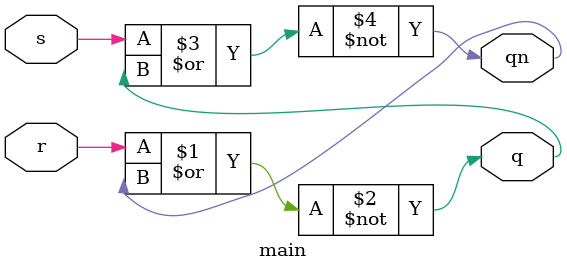
<source format=sv>
`timescale 1ns / 100ps

module main(
  input logic s,
  input logic r,
  output logic q,
  output logic qn
);

  assign q = ~(r | qn);
  assign qn = ~(s | q);
  
endmodule

</source>
